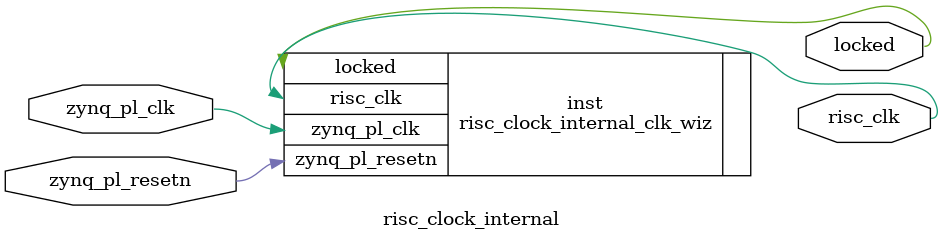
<source format=v>


`timescale 1ps/1ps

(* CORE_GENERATION_INFO = "risc_clock_internal,clk_wiz_v5_3_0,{component_name=risc_clock_internal,use_phase_alignment=false,use_min_o_jitter=false,use_max_i_jitter=false,use_dyn_phase_shift=false,use_inclk_switchover=false,use_dyn_reconfig=false,enable_axi=0,feedback_source=FDBK_ONCHIP,PRIMITIVE=PLL,num_out_clk=1,clkin1_period=8.0,clkin2_period=10.0,use_power_down=false,use_reset=true,use_locked=true,use_inclk_stopped=false,feedback_type=SINGLE,CLOCK_MGR_TYPE=NA,manual_override=false}" *)

module risc_clock_internal 
 (
 // Clock in ports
  input         zynq_pl_clk,
  // Clock out ports
  output        risc_clk,
  // Status and control signals
  input         zynq_pl_resetn,
  output        locked
 );

  risc_clock_internal_clk_wiz inst
  (
 // Clock in ports
  .zynq_pl_clk(zynq_pl_clk),
  // Clock out ports  
  .risc_clk(risc_clk),
  // Status and control signals               
  .zynq_pl_resetn(zynq_pl_resetn), 
  .locked(locked)            
  );

endmodule

</source>
